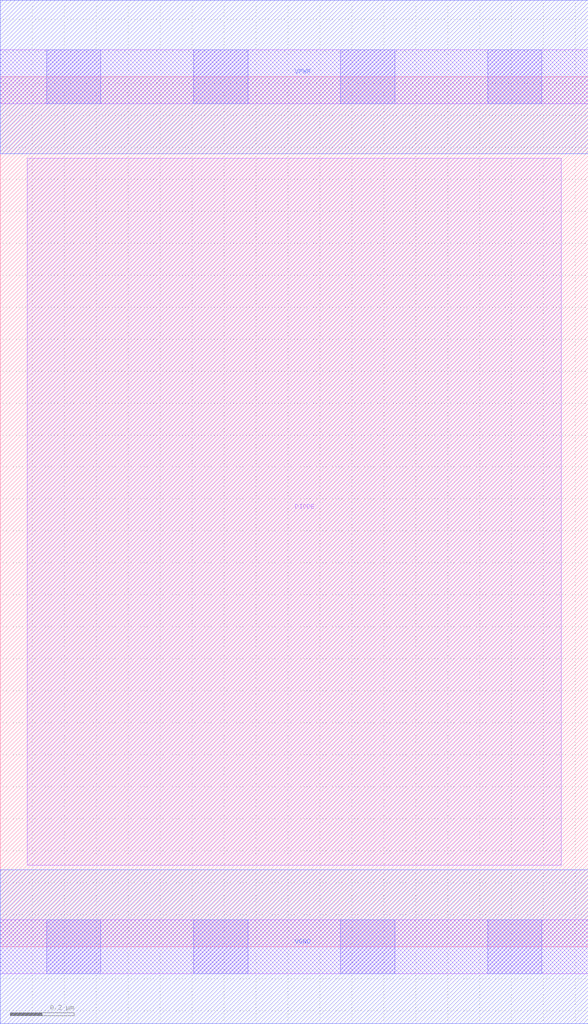
<source format=lef>
# Copyright 2020 The SkyWater PDK Authors
#
# Licensed under the Apache License, Version 2.0 (the "License");
# you may not use this file except in compliance with the License.
# You may obtain a copy of the License at
#
#     https://www.apache.org/licenses/LICENSE-2.0
#
# Unless required by applicable law or agreed to in writing, software
# distributed under the License is distributed on an "AS IS" BASIS,
# WITHOUT WARRANTIES OR CONDITIONS OF ANY KIND, either express or implied.
# See the License for the specific language governing permissions and
# limitations under the License.
#
# SPDX-License-Identifier: Apache-2.0

VERSION 5.7 ;
  NAMESCASESENSITIVE ON ;
  NOWIREEXTENSIONATPIN ON ;
  DIVIDERCHAR "/" ;
  BUSBITCHARS "[]" ;
UNITS
  DATABASE MICRONS 200 ;
END UNITS
PROPERTYDEFINITIONS
  MACRO maskLayoutSubType STRING ;
  MACRO prCellType STRING ;
  MACRO originalViewName STRING ;
END PROPERTYDEFINITIONS
MACRO sky130_fd_sc_hdll__diode_4
  CLASS CORE ;
  FOREIGN sky130_fd_sc_hdll__diode_4 ;
  ORIGIN  0.000000  0.000000 ;
  SIZE  1.840000 BY  2.720000 ;
  SYMMETRY X Y R90 ;
  SITE unithd ;
  PIN DIODE
    ANTENNADIFFAREA  1.055700 ;
    DIRECTION INPUT ;
    USE SIGNAL ;
    PORT
      LAYER li1 ;
        RECT 0.085000 0.255000 1.755000 2.465000 ;
    END
  END DIODE
  PIN VGND
    USE GROUND ;
    PORT
      LAYER met1 ;
        RECT 0.000000 -0.240000 1.840000 0.240000 ;
    END
  END VGND
  PIN VPWR
    USE POWER ;
    PORT
      LAYER met1 ;
        RECT 0.000000 2.480000 1.840000 2.960000 ;
    END
  END VPWR
  OBS
    LAYER li1 ;
      RECT 0.000000 -0.085000 1.840000 0.085000 ;
      RECT 0.000000  2.635000 1.840000 2.805000 ;
    LAYER mcon ;
      RECT 0.145000 -0.085000 0.315000 0.085000 ;
      RECT 0.145000  2.635000 0.315000 2.805000 ;
      RECT 0.605000 -0.085000 0.775000 0.085000 ;
      RECT 0.605000  2.635000 0.775000 2.805000 ;
      RECT 1.065000 -0.085000 1.235000 0.085000 ;
      RECT 1.065000  2.635000 1.235000 2.805000 ;
      RECT 1.525000 -0.085000 1.695000 0.085000 ;
      RECT 1.525000  2.635000 1.695000 2.805000 ;
  END
  PROPERTY maskLayoutSubType "abstract" ;
  PROPERTY prCellType "standard" ;
  PROPERTY originalViewName "layout" ;
END sky130_fd_sc_hdll__diode_4

</source>
